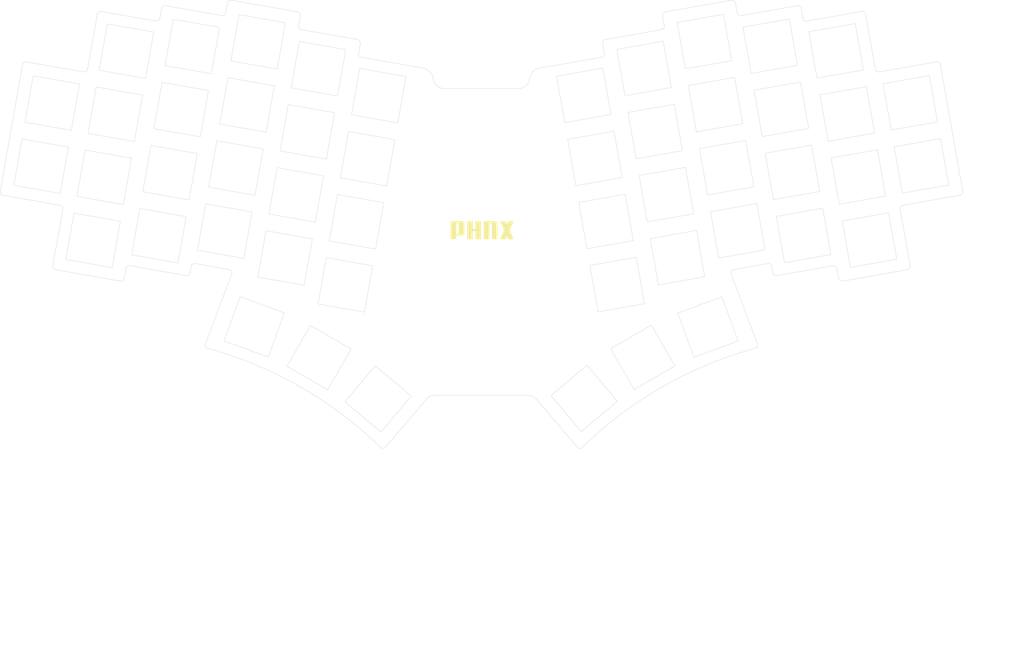
<source format=kicad_pcb>
(kicad_pcb (version 20240108) (generator "pcbnew") (generator_version "8.0")
  (title_block (title "Phoenix Keyboard") (date "2024-03-17") (rev "A"))
  (layers (0 "F.Cu" signal) (31 "B.Cu" signal) (34 "B.Paste" user) (35 "F.Paste" user) (36 "B.SilkS" user "B.Silkscreen") (37 "F.SilkS" user "F.Silkscreen") (38 "B.Mask" user) (39 "F.Mask" user) (44 "Edge.Cuts" user))
  (net 0 "")
  (footprint "SW_Cherry_MX_1.00u_PlateSwitchHole:SW_Cherry_MX_1.00u_PlateSwitchHole" (layer "F.Cu") (at 337.97388 96.739093 10)
    (property "Reference" "SW452" (hide yes))
    (property "Value" "SW_Push_45deg")
    (fp_poly (pts (xy -9.545 -1.925) (xy 4.455 -1.925) (xy 4.455 12.075) (xy -9.545 12.075)) (stroke (width 0.1)) (fill none) (layer "Edge.Cuts"))
  )
  (footprint "SW_Cherry_MX_1.00u_PlateSwitchHole:SW_Cherry_MX_1.00u_PlateSwitchHole" (layer "F.Cu") (at 116.272317 137.167808 -10)
    (property "Reference" "SW412" (hide yes))
    (property "Value" "SW_Push_45deg")
    (fp_poly (pts (xy -9.545 -1.925) (xy 4.455 -1.925) (xy 4.455 12.075) (xy -9.545 12.075)) (stroke (width 0.1)) (fill none) (layer "Edge.Cuts"))
  )
  (footprint "SW_Cherry_MX_1.00u_PlateSwitchHole:SW_Cherry_MX_1.00u_PlateSwitchHole" (layer "F.Cu") (at 276.804336 163.22899 20)
    (property "Reference" "SW442" (hide yes))
    (property "Value" "SW_Push_45deg")
    (fp_poly (pts (xy -9.545 -1.925) (xy 4.455 -1.925) (xy 4.455 12.075) (xy -9.545 12.075)) (stroke (width 0.1)) (fill none) (layer "Edge.Cuts"))
  )
  (footprint "SW_Cherry_MX_1.00u_PlateSwitchHole:SW_Cherry_MX_1.00u_PlateSwitchHole" (layer "F.Cu") (at 157.101489 125.023216 -10)
    (property "Reference" "SW420" (hide yes))
    (property "Value" "SW_Push_45deg")
    (fp_poly (pts (xy -9.545 -1.925) (xy 4.455 -1.925) (xy 4.455 12.075) (xy -9.545 12.075)) (stroke (width 0.1)) (fill none) (layer "Edge.Cuts"))
  )
  (footprint "SW_Cherry_MX_1.00u_PlateSwitchHole:SW_Cherry_MX_1.00u_PlateSwitchHole" (layer "F.Cu") (at 165.256459 174.846032 -30)
    (property "Reference" "SW422" (hide yes))
    (property "Value" "SW_Push_45deg")
    (fp_poly (pts (xy -9.545 -1.925) (xy 4.455 -1.925) (xy 4.455 12.075) (xy -9.544999 12.075)) (stroke (width 0.1)) (fill none) (layer "Edge.Cuts"))
  )
  (footprint "LOGO" (layer "F.Cu") (at 336.7 261.2)
    (property "Reference" "G***" (hide yes))
    (property "Value" "LOGO" (hide yes))
  )
  (footprint "SW_Cherry_MX_1.00u_PlateSwitchHole:SW_Cherry_MX_1.00u_PlateSwitchHole" (layer "F.Cu") (at 106.608721 82.268193 -10)
    (property "Reference" "SW405" (hide yes))
    (property "Value" "SW_Push_45deg")
    (fp_poly (pts (xy -9.545 -1.925) (xy 4.455 -1.925) (xy 4.455 12.075) (xy -9.545 12.075)) (stroke (width 0.1)) (fill none) (layer "Edge.Cuts"))
  )
  (footprint "SW_Cherry_MX_1.00u_PlateSwitchHole:SW_Cherry_MX_1.00u_PlateSwitchHole" (layer "F.Cu") (at 302.940347 117.431732 10)
    (property "Reference" "SW445" (hide yes))
    (property "Value" "SW_Push_45deg")
    (fp_poly (pts (xy -9.545 -1.925) (xy 4.455 -1.925) (xy 4.455 12.075) (xy -9.545 12.075)) (stroke (width 0.1)) (fill none) (layer "Edge.Cuts"))
  )
  (footprint "SW_Cherry_MX_1.00u_PlateSwitchHole:SW_Cherry_MX_1.00u_PlateSwitchHole" (layer "F.Cu") (at 99.992727 119.789365 -10)
    (property "Reference" "SW407" (hide yes))
    (property "Value" "SW_Push_45deg")
    (fp_poly (pts (xy -9.545 -1.925) (xy 4.455 -1.925) (xy 4.455 12.075) (xy -9.545 12.075)) (stroke (width 0.1)) (fill none) (layer "Edge.Cuts"))
  )
  (footprint "SW_Cherry_MX_1.00u_PlateSwitchHole:SW_Cherry_MX_1.00u_PlateSwitchHole" (layer "F.Cu") (at 286.660759 134.810169 10)
    (property "Reference" "SW441" (hide yes))
    (property "Value" "SW_Push_45deg")
    (fp_poly (pts (xy -9.545 -1.925) (xy 4.455 -1.925) (xy 4.455 12.075) (xy -9.545 12.075)) (stroke (width 0.1)) (fill none) (layer "Edge.Cuts"))
  )
  (footprint "SW_Cherry_MX_1.00u_PlateSwitchHole:SW_Cherry_MX_1.00u_PlateSwitchHole" (layer "F.Cu") (at 341.28188 115.499678 10)
    (property "Reference" "SW453" (hide yes))
    (property "Value" "SW_Push_45deg")
    (fp_poly (pts (xy -9.545 -1.925) (xy 4.455 -1.925) (xy 4.455 12.075) (xy -9.545 12.075)) (stroke (width 0.1)) (fill none) (layer "Edge.Cuts"))
  )
  (footprint "SW_Cherry_MX_1.00u_PlateSwitchHole:SW_Cherry_MX_1.00u_PlateSwitchHole" (layer "F.Cu") (at 238.028982 184.563351 40)
    (property "Reference" "SW432" (hide yes))
    (property "Value" "SW_Push_45deg")
    (fp_poly (pts (xy -9.545 -1.925) (xy 4.455 -1.925) (xy 4.455 12.075) (xy -9.545 12.075)) (stroke (width 0.1)) (fill none) (layer "Edge.Cuts"))
  )
  (footprint "SW_Cherry_MX_1.00u_PlateSwitchHole:SW_Cherry_MX_1.00u_PlateSwitchHole" (layer "F.Cu") (at 84.546052 97.721564 -10)
    (property "Reference" "SW402" (hide yes))
    (property "Value" "SW_Push_45deg")
    (fp_poly (pts (xy -9.545 -1.925) (xy 4.455 -1.925) (xy 4.455 12.075) (xy -9.545 12.075)) (stroke (width 0.1)) (fill none) (layer "Edge.Cuts"))
  )
  (footprint "SW_Cherry_MX_1.00u_PlateSwitchHole:SW_Cherry_MX_1.00u_PlateSwitchHole" (layer "F.Cu") (at 306.248345 136.192321 10)
    (property "Reference" "SW446" (hide yes))
    (property "Value" "SW_Push_45deg")
    (fp_poly (pts (xy -9.545 -1.925) (xy 4.455 -1.925) (xy 4.455 12.075) (xy -9.545 12.075)) (stroke (width 0.1)) (fill none) (layer "Edge.Cuts"))
  )
  (footprint "SW_Cherry_MX_1.00u_PlateSwitchHole:SW_Cherry_MX_1.00u_PlateSwitchHole" (layer "F.Cu") (at 258.803176 86.526552 10)
    (property "Reference" "SW433" (hide yes))
    (property "Value" "SW_Push_45deg")
    (fp_poly (pts (xy -9.545 -1.925) (xy 4.455 -1.925) (xy 4.455 12.075) (xy -9.545 12.075)) (stroke (width 0.1)) (fill none) (layer "Edge.Cuts"))
  )
  (footprint "SW_Cherry_MX_1.00u_PlateSwitchHole:SW_Cherry_MX_1.00u_PlateSwitchHole" (layer "F.Cu") (at 240.869588 94.524696 10)
    (property "Reference" "SW428" (hide yes))
    (property "Value" "SW_Push_45deg")
    (fp_poly (pts (xy -9.545 -1.925) (xy 4.455 -1.925) (xy 4.455 12.075) (xy -9.545 12.075)) (stroke (width 0.1)) (fill none) (layer "Edge.Cuts"))
  )
  (footprint "SW_Cherry_MX_1.00u_PlateSwitchHole:SW_Cherry_MX_1.00u_PlateSwitchHole" (layer "F.Cu") (at 178.343074 114.260771 -10)
    (property "Reference" "SW424" (hide yes))
    (property "Value" "SW_Push_45deg")
    (fp_poly (pts (xy -9.545 -1.925) (xy 4.455 -1.925) (xy 4.455 12.075) (xy -9.545 12.075)) (stroke (width 0.1)) (fill none) (layer "Edge.Cuts"))
  )
  (footprint "SW_Cherry_MX_1.00u_PlateSwitchHole:SW_Cherry_MX_1.00u_PlateSwitchHole" (layer "F.Cu") (at 135.859903 135.785657 -10)
    (property "Reference" "SW416" (hide yes))
    (property "Value" "SW_Push_45deg")
    (fp_poly (pts (xy -9.545 -1.925) (xy 4.455 -1.925) (xy 4.455 12.075) (xy -9.545 12.075)) (stroke (width 0.1)) (fill none) (layer "Edge.Cuts"))
  )
  (footprint "SW_Cherry_MX_1.00u_PlateSwitchHole:SW_Cherry_MX_1.00u_PlateSwitchHole" (layer "F.Cu") (at 296.324352 79.910558 10)
    (property "Reference" "SW443" (hide yes))
    (property "Value" "SW_Push_45deg")
    (fp_poly (pts (xy -9.545 -1.925) (xy 4.455 -1.925) (xy 4.455 12.075) (xy -9.545 12.075)) (stroke (width 0.1)) (fill none) (layer "Edge.Cuts"))
  )
  (footprint "SW_Cherry_MX_1.00u_PlateSwitchHole:SW_Cherry_MX_1.00u_PlateSwitchHole" (layer "F.Cu") (at 256.452869 172.220072 30)
    (property "Reference" "SW437" (hide yes))
    (property "Value" "SW_Push_45deg")
    (fp_poly (pts (xy -9.545 -1.925) (xy 4.455 -1.925) (xy 4.455 12.075) (xy -9.545 12.075)) (stroke (width 0.1)) (fill none) (layer "Edge.Cuts"))
  )
  (footprint "SW_Cherry_MX_1.00u_PlateSwitchHole:SW_Cherry_MX_1.00u_PlateSwitchHole" (layer "F.Cu") (at 81.238054 116.482155 -10)
    (property "Reference" "SW403" (hide yes))
    (property "Value" "SW_Push_45deg")
    (fp_poly (pts (xy -9.545 -1.925) (xy 4.455 -1.925) (xy 4.455 12.075) (xy -9.545 12.075)) (stroke (width 0.1)) (fill none) (layer "Edge.Cuts"))
  )
  (footprint "SW_Cherry_MX_1.00u_PlateSwitchHole:SW_Cherry_MX_1.00u_PlateSwitchHole" (layer "F.Cu") (at 103.300723 101.02878 -10)
    (property "Reference" "SW406" (hide yes))
    (property "Value" "SW_Push_45deg")
    (fp_poly (pts (xy -9.545 -1.925) (xy 4.455 -1.925) (xy 4.455 12.075) (xy -9.545 12.075)) (stroke (width 0.1)) (fill none) (layer "Edge.Cuts"))
  )
  (footprint "SW_Cherry_MX_1.00u_PlateSwitchHole:SW_Cherry_MX_1.00u_PlateSwitchHole" (layer "F.Cu") (at 315.911938 81.292705 10)
    (property "Reference" "SW447" (hide yes))
    (property "Value" "SW_Push_45deg")
    (fp_poly (pts (xy -9.545 -1.925) (xy 4.455 -1.925) (xy 4.455 12.075) (xy -9.545 12.075)) (stroke (width 0.1)) (fill none) (layer "Edge.Cuts"))
  )
  (footprint "SW_Cherry_MX_1.00u_PlateSwitchHole:SW_Cherry_MX_1.00u_PlateSwitchHole" (layer "F.Cu") (at 283.352761 116.049583 10)
    (property "Reference" "SW440" (hide yes))
    (property "Value" "SW_Push_45deg")
    (fp_poly (pts (xy -9.545 -1.925) (xy 4.455 -1.925) (xy 4.455 12.075) (xy -9.545 12.075)) (stroke (width 0.1)) (fill none) (layer "Edge.Cuts"))
  )
  (footprint "SW_Cherry_MX_1.00u_PlateSwitchHole:SW_Cherry_MX_1.00u_PlateSwitchHole" (layer "F.Cu") (at 325.835932 137.574469 10)
    (property "Reference" "SW450" (hide yes))
    (property "Value" "SW_Push_45deg")
    (fp_poly (pts (xy -9.545 -1.925) (xy 4.455 -1.925) (xy 4.455 12.075) (xy -9.545 12.075)) (stroke (width 0.1)) (fill none) (layer "Edge.Cuts"))
  )
  (footprint "SW_Cherry_MX_1.00u_PlateSwitchHole:SW_Cherry_MX_1.00u_PlateSwitchHole" (layer "F.Cu") (at 299.632349 98.671142 10)
    (property "Reference" "SW444" (hide yes))
    (property "Value" "SW_Push_45deg")
    (fp_poly (pts (xy -9.545 -1.925) (xy 4.455 -1.925) (xy 4.455 12.075) (xy -9.545 12.075)) (stroke (width 0.1)) (fill none) (layer "Edge.Cuts"))
  )
  (footprint "SW_Cherry_MX_1.00u_PlateSwitchHole:SW_Cherry_MX_1.00u_PlateSwitchHole" (layer "F.Cu") (at 244.177586 113.285285 10)
    (property "Reference" "SW429" (hide yes))
    (property "Value" "SW_Push_45deg")
    (fp_poly (pts (xy -9.545 -1.925) (xy 4.455 -1.925) (xy 4.455 12.075) (xy -9.545 12.075)) (stroke (width 0.1)) (fill none) (layer "Edge.Cuts"))
  )
  (footprint "SW_Cherry_MX_1.00u_PlateSwitchHole:SW_Cherry_MX_1.00u_PlateSwitchHole" (layer "F.Cu") (at 280.044763 97.288995 10)
    (property "Reference" "SW439" (hide yes))
    (property "Value" "SW_Push_45deg")
    (fp_poly (pts (xy -9.545 -1.925) (xy 4.455 -1.925) (xy 4.455 12.075) (xy -9.545 12.075)) (stroke (width 0.1)) (fill none) (layer "Edge.Cuts"))
  )
  (footprint "SW_Cherry_MX_1.00u_PlateSwitchHole:SW_Cherry_MX_1.00u_PlateSwitchHole" (layer "F.Cu") (at 268.72717 142.808314 10)
    (property "Reference" "SW436" (hide yes))
    (property "Value" "SW_Push_45deg")
    (fp_poly (pts (xy -9.545 -1.925) (xy 4.455 -1.925) (xy 4.455 12.075) (xy -9.545 12.075)) (stroke (width 0.1)) (fill none) (layer "Edge.Cuts"))
  )
  (footprint "SW_Cherry_MX_1.00u_PlateSwitchHole:SW_Cherry_MX_1.00u_PlateSwitchHole" (layer "F.Cu") (at 145.351283 164.934993 -20)
    (property "Reference" "SW417" (hide yes))
    (property "Value" "SW_Push_45deg")
    (fp_poly (pts (xy -9.545 -1.925001) (xy 4.454999 -1.925) (xy 4.455 12.075) (xy -9.545 12.075)) (stroke (width 0.1)) (fill none) (layer "Edge.Cuts"))
  )
  (footprint "SW_Cherry_MX_1.00u_PlateSwitchHole:SW_Cherry_MX_1.00u_PlateSwitchHole" (layer "F.Cu") (at 142.4759 98.264481 -10)
    (property "Reference" "SW414" (hide yes))
    (property "Value" "SW_Push_45deg")
    (fp_poly (pts (xy -9.545 -1.925) (xy 4.455 -1.925) (xy 4.455 12.075) (xy -9.545 12.075)) (stroke (width 0.1)) (fill none) (layer "Edge.Cuts"))
  )
  (footprint "SW_Cherry_MX_1.00u_PlateSwitchHole:SW_Cherry_MX_1.00u_PlateSwitchHole" (layer "F.Cu") (at 276.736765 78.528406 10)
    (property "Reference" "SW438" (hide yes))
    (property "Value" "SW_Push_45deg")
    (fp_poly (pts (xy -9.545 -1.925) (xy 4.455 -1.925) (xy 4.455 12.075) (xy -9.545 12.075)) (stroke (width 0.1)) (fill none) (layer "Edge.Cuts"))
  )
  (footprint "SW_Cherry_MX_1.00u_PlateSwitchHole:SW_Cherry_MX_1.00u_PlateSwitchHole" (layer "F.Cu") (at 262.111174 105.28714 10)
    (property "Reference" "SW434" (hide yes))
    (property "Value" "SW_Push_45deg")
    (fp_poly (pts (xy -9.545 -1.925) (xy 4.455 -1.925) (xy 4.455 12.075) (xy -9.545 12.075)) (stroke (width 0.1)) (fill none) (layer "Edge.Cuts"))
  )
  (footprint "SW_Cherry_MX_1.00u_PlateSwitchHole:SW_Cherry_MX_1.00u_PlateSwitchHole" (layer "F.Cu") (at 247.485584 132.045871 10)
    (property "Reference" "SW430" (hide yes))
    (property "Value" "SW_Push_45deg")
    (fp_poly (pts (xy -9.545 -1.925) (xy 4.455 -1.925) (xy 4.455 12.075) (xy -9.545 12.075)) (stroke (width 0.1)) (fill none) (layer "Edge.Cuts"))
  )
  (footprint "SW_Cherry_MX_1.00u_PlateSwitchHole:SW_Cherry_MX_1.00u_PlateSwitchHole" (layer "F.Cu") (at 153.79349 143.783802 -10)
    (property "Reference" "SW421" (hide yes))
    (property "Value" "SW_Push_45deg")
    (fp_poly (pts (xy -9.545 -1.925) (xy 4.455 -1.925) (xy 4.455 12.075) (xy -9.545 12.075)) (stroke (width 0.1)) (fill none) (layer "Edge.Cuts"))
  )
  (footprint "SW_Cherry_MX_1.00u_PlateSwitchHole:SW_Cherry_MX_1.00u_PlateSwitchHole" (layer "F.Cu") (at 119.580313 118.407217 -10)
    (property "Reference" "SW411" (hide yes))
    (property "Value" "SW_Push_45deg")
    (fp_poly (pts (xy -9.545 -1.925) (xy 4.455 -1.925) (xy 4.455 12.075) (xy -9.545 12.075)) (stroke (width 0.1)) (fill none) (layer "Edge.Cuts"))
  )
  (footprint "SW_Cherry_MX_1.00u_PlateSwitchHole:SW_Cherry_MX_1.00u_PlateSwitchHole" (layer "F.Cu") (at 183.269386 187.989112 -40)
    (property "Reference" "SW427" (hide yes))
    (property "Value" "SW_Push_45deg")
    (fp_poly (pts (xy -9.545 -1.925) (xy 4.455 -1.925) (xy 4.455 12.074999) (xy -9.545 12.075)) (stroke (width 0.1)) (fill none) (layer "Edge.Cuts"))
  )
  (footprint "SW_Cherry_MX_1.00u_PlateSwitchHole:SW_Cherry_MX_1.00u_PlateSwitchHole" (layer "F.Cu") (at 319.219936 100.053294 10)
    (property "Reference" "SW448" (hide yes))
    (property "Value" "SW_Push_45deg")
    (fp_poly (pts (xy -9.545 -1.925) (xy 4.455 -1.925) (xy 4.455 12.075) (xy -9.545 12.075)) (stroke (width 0.1)) (fill none) (layer "Edge.Cuts"))
  )
  (footprint "SW_Cherry_MX_1.00u_PlateSwitchHole:SW_Cherry_MX_1.00u_PlateSwitchHole" (layer "F.Cu") (at 250.793582 150.806459 10)
    (property "Reference" "SW431" (hide yes))
    (property "Value" "SW_Push_45deg")
    (fp_poly (pts (xy -9.545 -1.925) (xy 4.455 -1.925) (xy 4.455 12.075) (xy -9.545 12.075)) (stroke (width 0.1)) (fill none) (layer "Edge.Cuts"))
  )
  (footprint "SW_Cherry_MX_1.00u_PlateSwitchHole:SW_Cherry_MX_1.00u_PlateSwitchHole" (layer "F.Cu") (at 96.68473 138.549955 -10)
    (property "Reference" "SW408" (hide yes))
    (property "Value" "SW_Push_45deg")
    (fp_poly (pts (xy -9.545 -1.925) (xy 4.455 -1.925) (xy 4.455 12.075) (xy -9.545 12.075)) (stroke (width 0.1)) (fill none) (layer "Edge.Cuts"))
  )
  (footprint "SW_Cherry_MX_1.00u_PlateSwitchHole:SW_Cherry_MX_1.00u_PlateSwitchHole" (layer "F.Cu") (at 265.419172 124.047726 10)
    (property "Reference" "SW435" (hide yes))
    (property "Value" "SW_Push_45deg")
    (fp_poly (pts (xy -9.545 -1.925) (xy 4.455 -1.925) (xy 4.455 12.075) (xy -9.545 12.075)) (stroke (width 0.1)) (fill none) (layer "Edge.Cuts"))
  )
  (footprint "SW_Cherry_MX_1.00u_PlateSwitchHole:SW_Cherry_MX_1.00u_PlateSwitchHole" (layer "F.Cu") (at 122.88831 99.646631 -10)
    (property "Reference" "SW410" (hide yes))
    (property "Value" "SW_Push_45deg")
    (fp_poly (pts (xy -9.545 -1.925) (xy 4.455 -1.925) (xy 4.455 12.075) (xy -9.545 12.075)) (stroke (width 0.1)) (fill none) (layer "Edge.Cuts"))
  )
  (footprint "SW_Cherry_MX_1.00u_PlateSwitchHole:SW_Cherry_MX_1.00u_PlateSwitchHole" (layer "F.Cu") (at 126.196308 80.886044 -10)
    (property "Reference" "SW409" (hide yes))
    (property "Value" "SW_Push_45deg")
    (fp_poly (pts (xy -9.545 -1.925) (xy 4.455 -1.925) (xy 4.455 12.075) (xy -9.545 12.075)) (stroke (width 0.1)) (fill none) (layer "Edge.Cuts"))
  )
  (footprint "SW_Cherry_MX_1.00u_PlateSwitchHole:SW_Cherry_MX_1.00u_PlateSwitchHole" (layer "F.Cu") (at 181.651073 95.500182 -10)
    (property "Reference" "SW423" (hide yes))
    (property "Value" "SW_Push_45deg")
    (fp_poly (pts (xy -9.545 -1.925) (xy 4.455 -1.925) (xy 4.455 12.075) (xy -9.545 12.075)) (stroke (width 0.1)) (fill none) (layer "Edge.Cuts"))
  )
  (footprint "LOGO" (layer "F.Cu") (at 209 140)
    (property "Reference" "G***" (hide yes))
    (property "Value" "LOGO" (hide yes))
    (fp_poly (pts (xy -2.771547 -1.450092) (xy -2.771547 -0.292357) (xy -2.397329 -0.292357) (xy -2.023112 -0.292357) (xy -2.023112 -1.450092) (xy -2.023112 -2.607827) (xy -1.18697 -2.607827) (xy -0.350828 -2.607827) (xy -0.350828 0.076013) (xy -0.350828 2.759853) (xy -1.18697 2.759853) (xy -2.023112 2.759853) (xy -2.023112 1.526105) (xy -2.023112 0.292357) (xy -2.397329 0.292357) (xy -2.771547 0.292357) (xy -2.771547 1.526105) (xy -2.771547 2.759853) (xy -3.601841 2.759853) (xy -4.432136 2.759853) (xy -4.432136 0.076013) (xy -4.432136 -2.607827) (xy -3.601841 -2.607827) (xy -2.771547 -2.607827)) (fill solid) (layer "F.SilkS"))
    (fp_poly (pts (xy 2.986529 -2.607863) (xy 3.169324 -2.607785) (xy 3.333169 -2.607594) (xy 3.479173 -2.607252) (xy 3.608447 -2.606718) (xy 3.722099 -2.605952) (xy 3.82124 -2.604913) (xy 3.906979 -2.603563) (xy 3.980425 -2.601861) (xy 4.042689 -2.599767) (xy 4.09488 -2.597241) (xy 4.138107 -2.594242) (xy 4.17348 -2.590732) (xy 4.202109 -2.58667) (xy 4.225103 -2.582015) (xy 4.243572 -2.576729) (xy 4.258626 -2.57077) (xy 4.271374 -2.5641) (xy 4.282925 -2.556677) (xy 4.29439 -2.548462) (xy 4.306878 -2.539415) (xy 4.312116 -2.535756) (xy 4.353105 -2.499798) (xy 4.398988 -2.446473) (xy 4.446464 -2.380321) (xy 4.492233 -2.305883) (xy 4.527042 -2.240075) (xy 4.572468 -2.147139) (xy 4.572468 0.306357) (xy 4.572468 2.759853) (xy 3.742173 2.759853) (xy 2.911879 2.759853) (xy 2.911879 0.397606) (xy 2.911879 -1.964641) (xy 2.531814 -1.964641) (xy 2.15175 -1.964641) (xy 2.15175 0.397606) (xy 2.15175 2.759853) (xy 1.321455 2.759853) (xy 0.491161 2.759853) (xy 0.491161 0.076013) (xy 0.491161 -2.607827) (xy 2.313347 -2.607827) (xy 2.55965 -2.607844) (xy 2.783674 -2.60787)) (fill solid) (layer "F.SilkS"))
    (fp_poly (pts (xy -7.48727 -2.605044) (xy -5.619107 -2.60198) (xy -5.560635 -2.573445) (xy -5.499878 -2.534936) (xy -5.437902 -2.480307) (xy -5.380594 -2.415723) (xy -5.333841 -2.347346) (xy -5.320024 -2.321562) (xy -5.279972 -2.239947) (xy -5.279972 -0.444628) (xy -5.279982 -0.204658) (xy -5.280019 0.013038) (xy -5.280097 0.209575) (xy -5.280229 0.386067) (xy -5.280427 0.543629) (xy -5.280704 0.683376) (xy -5.281073 0.806422) (xy -5.281546 0.913882) (xy -5.282137 1.006871) (xy -5.282858 1.086502) (xy -5.283722 1.153892) (xy -5.284742 1.210154) (xy -5.285931 1.256403) (xy -5.287301 1.293754) (xy -5.288865 1.323321) (xy -5.290636 1.34622) (xy -5.292627 1.363564) (xy -5.294851 1.376468) (xy -5.29732 1.386048) (xy -5.300047 1.393417) (xy -5.301099 1.395753) (xy -5.340796 1.458693) (xy -5.398668 1.521271) (xy -5.469789 1.579475) (xy -5.549231 1.629294) (xy -5.632069 1.666717) (xy -5.63533 1.667881) (xy -5.712661 1.695179) (xy -6.703752 1.695426) (xy -7.694843 1.695672) (xy -7.694843 2.227763) (xy -7.694843 2.759853) (xy -8.525138 2.759853) (xy -9.355432 2.759853) (xy -9.355432 0.075872) (xy -9.355432 -0.456077) (xy -7.694843 -0.456077) (xy -7.694843 1.064181) (xy -7.320626 1.064181) (xy -6.946409 1.064181) (xy -6.946409 -0.456077) (xy -6.946409 -1.976335) (xy -7.320626 -1.976335) (xy -7.694843 -1.976335) (xy -7.694843 -0.456077) (xy -9.355432 -0.456077) (xy -9.355432 -2.608108)) (fill solid) (layer "F.SilkS"))
    (fp_poly (pts (xy 9.344927 -2.482191) (xy 9.332679 -2.454856) (xy 9.311517 -2.407721) (xy 9.282129 -2.342315) (xy 9.245202 -2.260165) (xy 9.201423 -2.1628) (xy 9.151478 -2.051747) (xy 9.096056 -1.928533) (xy 9.035844 -1.794687) (xy 8.971528 -1.651737) (xy 8.903796 -1.50121) (xy 8.833335 -1.344635) (xy 8.760832 -1.183538) (xy 8.741557 -1.140713) (xy 8.656529 -0.951713) (xy 8.580669 -0.782871) (xy 8.513485 -0.633043) (xy 8.454486 -0.501086) (xy 8.403179 -0.385857) (xy 8.359074 -0.286213) (xy 8.321679 -0.201011) (xy 8.290502 -0.129107) (xy 8.265051 -0.069358) (xy 8.244836 -0.020621) (xy 8.229364 0.018248) (xy 8.218144 0.048391) (xy 8.210684 0.070951) (xy 8.206493 0.087073) (xy 8.205078 0.097898) (xy 8.20595 0.104571) (xy 8.20601 0.104729) (xy 8.212333 0.11931) (xy 8.227524 0.153549) (xy 8.250868 0.205853) (xy 8.281646 0.274629) (xy 8.319142 0.358284) (xy 8.362638 0.455226) (xy 8.411418 0.563862) (xy 8.464764 0.682599) (xy 8.52196 0.809845) (xy 8.582288 0.944006) (xy 8.645031 1.083489) (xy 8.709473 1.226703) (xy 8.774895 1.372055) (xy 8.840582 1.517951) (xy 8.905815 1.662799) (xy 8.969879 1.805006) (xy 9.032055 1.942979) (xy 9.091626 2.075126) (xy 9.147877 2.199854) (xy 9.200089 2.31557) (xy 9.247545 2.420682) (xy 9.289529 2.513596) (xy 9.325323 2.59272) (xy 9.354211 2.656461) (xy 9.375475 2.703227) (xy 9.388397 2.731424) (xy 9.392163 2.739388) (xy 9.393304 2.74331) (xy 9.391216 2.746697) (xy 9.38433 2.749587) (xy 9.371077 2.752019) (xy 9.349888 2.754032) (xy 9.319194 2.755663) (xy 9.277426 2.756952) (xy 9.223015 2.757937) (xy 9.154391 2.758657) (xy 9.069986 2.759151) (xy 8.968231 2.759457) (xy 8.847557 2.759614) (xy 8.706394 2.75966) (xy 8.569403 2.759641) (xy 7.735774 2.759428) (xy 7.549249 2.322048) (xy 7.362724 1.884668) (xy 7.175032 2.322133) (xy 6.987339 2.759598) (xy 6.158604 2.759725) (xy 5.999278 2.759726) (xy 5.861757 2.759648) (xy 5.744458 2.759454) (xy 5.645798 2.759103) (xy 5.564195 2.758557) (xy 5.498064 2.757777) (xy 5.445823 2.756723) (xy 5.405888 2.755356) (xy 5.376677 2.753638) (xy 5.356606 2.751529) (xy 5.344092 2.74899) (xy 5.337552 2.745981) (xy 5.335403 2.742465) (xy 5.335743 2.739388) (xy 5.341206 2.726326) (xy 5.355698 2.693255) (xy 5.378631 2.641487) (xy 5.409419 2.572334) (xy 5.447473 2.487106) (xy 5.492206 2.387116) (xy 5.543031 2.273674) (xy 5.59936 2.148092) (xy 5.660606 2.011682) (xy 5.72618 1.865755) (xy 5.795496 1.711622) (xy 5.867966 1.550595) (xy 5.934295 1.403315) (xy 6.022188 1.20793) (xy 6.104157 1.025143) (xy 6.179855 0.855745) (xy 6.248935 0.700528) (xy 6.311049 0.560282) (xy 6.365852 0.435798) (xy 6.412995 0.327868) (xy 6.452132 0.237282) (xy 6.482916 0.164831) (xy 6.505 0.111306) (xy 6.518036 0.077499) (xy 6.521716 0.064319) (xy 6.516327 0.050882) (xy 6.5019 0.017446) (xy 6.479023 -0.034674) (xy 6.448284 -0.104162) (xy 6.410271 -0.189701) (xy 6.365571 -0.289975) (xy 6.314773 -0.403669) (xy 6.258464 -0.529467) (xy 6.197233 -0.666051) (xy 6.131668 -0.812107) (xy 6.062356 -0.966318) (xy 5.989885 -1.127368) (xy 5.924528 -1.272453) (xy 5.8499 -1.438128) (xy 5.777991 -1.597937) (xy 5.709383 -1.750581) (xy 5.644657 -1.894759) (xy 5.584393 -2.029172) (xy 5.529173 -2.15252) (xy 5.479578 -2.263502) (xy 5.436189 -2.36082) (xy 5.399586 -2.443172) (xy 5.370351 -2.509259) (xy 5.349064 -2.557782) (xy 5.336307 -2.587439) (xy 5.332597 -2.59691) (xy 5.344137 -2.599075) (xy 5.378146 -2.600943) (xy 5.433706 -2.602505) (xy 5.509898 -2.603752) (xy 5.605804 -2.604675) (xy 5.720506 -2.605265) (xy 5.853086 -2.605514) (xy 6.002626 -2.605412) (xy 6.159498 -2.604982) (xy 6.986399 -2.60198) (xy 7.170793 -2.175138) (xy 7.211312 -2.081303) (xy 7.248929 -1.99411) (xy 7.282632 -1.915911) (xy 7.31141 -1.849055) (xy 7.334252 -1.795893) (xy 7.350145 -1.758774) (xy 7.35808 -1.740049) (xy 7.358763 -1.738352) (xy 7.363965 -1.746539) (xy 7.377324 -1.774061) (xy 7.397862 -1.818724) (xy 7.424598 -1.878333) (xy 7.45655 -1.950695) (xy 7.49274 -2.033614) (xy 7.532186 -2.124897) (xy 7.549484 -2.165193) (xy 7.73663 -2.60198) (xy 8.568877 -2.604981) (xy 9.401125 -2.607982)) (fill solid) (layer "F.SilkS"))
  )
  (footprint "SW_Cherry_MX_1.00u_PlateSwitchHole:SW_Cherry_MX_1.00u_PlateSwitchHole" (layer "F.Cu") (at 163.717485 87.502038 -10)
    (property "Reference" "SW418" (hide yes))
    (property "Value" "SW_Push_45deg")
    (fp_poly (pts (xy -9.545 -1.925) (xy 4.455 -1.925) (xy 4.455 12.075) (xy -9.545 12.075)) (stroke (width 0.1)) (fill none) (layer "Edge.Cuts"))
  )
  (footprint "SW_Cherry_MX_1.00u_PlateSwitchHole:SW_Cherry_MX_1.00u_PlateSwitchHole" (layer "F.Cu") (at 145.783895 79.503894 -10)
    (property "Reference" "SW413" (hide yes))
    (property "Value" "SW_Push_45deg")
    (fp_poly (pts (xy -9.545 -1.925) (xy 4.455 -1.925) (xy 4.455 12.075) (xy -9.545 12.075)) (stroke (width 0.1)) (fill none) (layer "Edge.Cuts"))
  )
  (footprint "SW_Cherry_MX_1.00u_PlateSwitchHole:SW_Cherry_MX_1.00u_PlateSwitchHole" (layer "F.Cu") (at 175.035076 133.021358 -10)
    (property "Reference" "SW425" (hide yes))
    (property "Value" "SW_Push_45deg")
    (fp_poly (pts (xy -9.545 -1.925) (xy 4.455 -1.925) (xy 4.455 12.075) (xy -9.545 12.075)) (stroke (width 0.1)) (fill none) (layer "Edge.Cuts"))
  )
  (footprint "SW_Cherry_MX_1.00u_PlateSwitchHole:SW_Cherry_MX_1.00u_PlateSwitchHole" (layer "F.Cu") (at 171.72708 151.781946 -10)
    (property "Reference" "SW426" (hide yes))
    (property "Value" "SW_Push_45deg")
    (fp_poly (pts (xy -9.545 -1.925) (xy 4.455 -1.925) (xy 4.455 12.075) (xy -9.545 12.075)) (stroke (width 0.1)) (fill none) (layer "Edge.Cuts"))
  )
  (footprint "SW_Cherry_MX_1.00u_PlateSwitchHole:SW_Cherry_MX_1.00u_PlateSwitchHole" (layer "F.Cu") (at 322.527934 118.81388 10)
    (property "Reference" "SW449" (hide yes))
    (property "Value" "SW_Push_45deg")
    (fp_poly (pts (xy -9.545 -1.925) (xy 4.455 -1.925) (xy 4.455 12.075) (xy -9.545 12.075)) (stroke (width 0.1)) (fill none) (layer "Edge.Cuts"))
  )
  (footprint "SW_Cherry_MX_1.00u_PlateSwitchHole:SW_Cherry_MX_1.00u_PlateSwitchHole" (layer "F.Cu") (at 139.167902 117.025069 -10)
    (property "Reference" "SW415" (hide yes))
    (property "Value" "SW_Push_45deg")
    (fp_poly (pts (xy -9.545 -1.925) (xy 4.455 -1.925) (xy 4.455 12.075) (xy -9.545 12.075)) (stroke (width 0.1)) (fill none) (layer "Edge.Cuts"))
  )
  (footprint "SW_Cherry_MX_1.00u_PlateSwitchHole:SW_Cherry_MX_1.00u_PlateSwitchHole" (layer "F.Cu") (at 160.409487 106.262625 -10)
    (property "Reference" "SW419" (hide yes))
    (property "Value" "SW_Push_45deg")
    (fp_poly (pts (xy -9.545 -1.925) (xy 4.455 -1.925) (xy 4.455 12.075) (xy -9.545 12.075)) (stroke (width 0.1)) (fill none) (layer "Edge.Cuts"))
  )
  (gr_arc (start 282.994961 152.93967) (mid 283.160616 152.192445) (end 283.80612 151.781214) (stroke (width 0.1)) (layer "Edge.Cuts"))
  (gr_line (start 321.881571 75.006172) (end 305.596303 77.874582) (stroke (width 0.1)) (layer "Edge.Cuts"))
  (gr_line (start 73.481481 90.026815) (end 90.5 93) (stroke (width 0.1)) (layer "Edge.Cuts"))
  (gr_line (start 237.333552 204.626915) (end 224.997202 190.162045) (stroke (width 0.1)) (layer "Edge.Cuts"))
  (gr_line (start 293.942641 149.993873) (end 283.80612 151.781214) (stroke (width 0.1)) (layer "Edge.Cuts"))
  (gr_line (start 104.243619 150.633789) (end 120.98535 153.585808) (stroke (width 0.1)) (layer "Edge.Cuts"))
  (gr_arc (start 94.59223 75.828275) (mid 95.003445 75.182747) (end 95.750687 75.017116) (stroke (width 0.1)) (layer "Edge.Cuts"))
  (gr_arc (start 66.495033 129.675188) (mid 65.849504 129.263973) (end 65.683874 128.516731) (stroke (width 0.1)) (layer "Edge.Cuts"))
  (gr_arc (start 262.671544 76.304536) (mid 262.837199 75.557311) (end 263.482703 75.146079) (stroke (width 0.1)) (layer "Edge.Cuts"))
  (gr_arc (start 316.186438 155.21053) (mid 315.439213 155.044875) (end 315.027982 154.399371) (stroke (width 0.1)) (layer "Edge.Cuts"))
  (gr_arc (start 223.161054 94.933318) (mid 222.130859 97.026062) (end 219.984358 97.938976) (stroke (width 0.1)) (layer "Edge.Cuts"))
  (gr_line (start 351.137225 129.664244) (end 334.113366 132.662667) (stroke (width 0.1)) (layer "Edge.Cuts"))
  (gr_arc (start 333.302206 133.821123) (mid 333.467852 133.073892) (end 334.113366 132.662667) (stroke (width 0.1)) (layer "Edge.Cuts"))
  (gr_arc (start 154.109497 75.146079) (mid 154.755001 75.557311) (end 154.920656 76.304536) (stroke (width 0.1)) (layer "Edge.Cuts"))
  (gr_arc (start 83.518892 132.673611) (mid 84.164405 133.084836) (end 84.330052 133.832067) (stroke (width 0.1)) (layer "Edge.Cuts"))
  (gr_arc (start 313.348581 150.633789) (mid 314.095806 150.799445) (end 314.507037 151.444949) (stroke (width 0.1)) (layer "Edge.Cuts"))
  (gr_arc (start 72.323025 90.837975) (mid 72.734248 90.192459) (end 73.481481 90.026815) (stroke (width 0.1)) (layer "Edge.Cuts"))
  (gr_line (start 132.733941 75.438699) (end 133.254886 72.484276) (stroke (width 0.1)) (layer "Edge.Cuts"))
  (gr_line (start 323.040028 75.817331) (end 325.973802 92.177896) (stroke (width 0.1)) (layer "Edge.Cuts"))
  (gr_arc (start 244.828438 84.527889) (mid 244.994093 83.780664) (end 245.639597 83.369433) (stroke (width 0.1)) (layer "Edge.Cuts"))
  (gr_line (start 122.143807 152.774647) (end 122.491103 150.805033) (stroke (width 0.1)) (layer "Edge.Cuts"))
  (gr_arc (start 302.758447 73.29784) (mid 303.505672 73.463495) (end 303.916903 74.108999) (stroke (width 0.1)) (layer "Edge.Cuts"))
  (gr_arc (start 321.881571 75.006172) (mid 322.628826 75.171793) (end 323.040028 75.817331) (stroke (width 0.1)) (layer "Edge.Cuts"))
  (gr_line (start 82.126492 151.813386) (end 101.405762 155.21053) (stroke (width 0.1)) (layer "Edge.Cuts"))
  (gr_line (start 84.330052 133.832067) (end 81.315333 150.654929) (stroke (width 0.1)) (layer "Edge.Cuts"))
  (gr_arc (start 223.161054 94.933318) (mid 224.079097 92.959532) (end 225.969174 91.879605) (stroke (width 0.1)) (layer "Edge.Cuts"))
  (gr_line (start 113.154353 77.063423) (end 113.675297 74.108999) (stroke (width 0.1)) (layer "Edge.Cuts"))
  (gr_line (start 180.258648 204.626914) (end 192.602797 190.157278) (stroke (width 0.1)) (layer "Edge.Cuts"))
  (gr_arc (start 238.569476 204.856916) (mid 262.536152 186.719441) (end 290.289026 175.180481) (stroke (width 0.1)) (layer "Edge.Cuts"))
  (gr_line (start 262.381329 80.417415) (end 245.639597 83.369433) (stroke (width 0.1)) (layer "Edge.Cuts"))
  (gr_line (start 284.858259 75.438699) (end 284.337314 72.484276) (stroke (width 0.1)) (layer "Edge.Cuts"))
  (gr_line (start 302.758447 73.29784) (end 286.016715 76.249859) (stroke (width 0.1)) (layer "Edge.Cuts"))
  (gr_arc (start 327.132258 92.989056) (mid 326.385029 92.823408) (end 325.973802 92.177896) (stroke (width 0.1)) (layer "Edge.Cuts"))
  (gr_arc (start 180.258648 204.626914) (mid 179.687684 204.994464) (end 179.022724 204.856915) (stroke (width 0.1)) (layer "Edge.Cuts"))
  (gr_line (start 262.671544 76.304536) (end 263.192488 79.258959) (stroke (width 0.1)) (layer "Edge.Cuts"))
  (gr_arc (start 171.952603 83.369433) (mid 172.598107 83.780664) (end 172.763762 84.527889) (stroke (width 0.1)) (layer "Edge.Cuts"))
  (gr_line (start 333.302206 133.821123) (end 336.316925 150.643985) (stroke (width 0.1)) (layer "Edge.Cuts"))
  (gr_arc (start 336.316925 150.643985) (mid 336.151294 151.391227) (end 335.505766 151.802442) (stroke (width 0.1)) (layer "Edge.Cuts"))
  (gr_arc (start 290.8867 173.898767) (mid 290.853314 174.663405) (end 290.289026 175.18048) (stroke (width 0.1)) (layer "Edge.Cuts"))
  (gr_line (start 66.495033 129.675188) (end 83.518892 132.673611) (stroke (width 0.1)) (layer "Edge.Cuts"))
  (gr_line (start 154.920656 76.304536) (end 154.399712 79.258959) (stroke (width 0.1)) (layer "Edge.Cuts"))
  (gr_arc (start 238.569476 204.856916) (mid 237.904515 204.994466) (end 237.333552 204.626915) (stroke (width 0.1)) (layer "Edge.Cuts"))
  (gr_arc (start 283.178859 71.673116) (mid 283.926083 71.838772) (end 284.337314 72.484276) (stroke (width 0.1)) (layer "Edge.Cuts"))
  (gr_line (start 102.564218 154.399371) (end 103.085163 151.444949) (stroke (width 0.1)) (layer "Edge.Cuts"))
  (gr_arc (start 132.733941 75.438699) (mid 132.32271 76.084203) (end 131.575485 76.249859) (stroke (width 0.1)) (layer "Edge.Cuts"))
  (gr_arc (start 127.303174 175.18048) (mid 155.056047 186.71944) (end 179.022724 204.856915) (stroke (width 0.1)) (layer "Edge.Cuts"))
  (gr_arc (start 127.303174 175.18048) (mid 126.738887 174.663406) (end 126.7055 173.898767) (stroke (width 0.1)) (layer "Edge.Cuts"))
  (gr_arc (start 113.154353 77.063423) (mid 112.743121 77.708926) (end 111.995897 77.874582) (stroke (width 0.1)) (layer "Edge.Cuts"))
  (gr_line (start 345.309233 90.827031) (end 351.948384 128.505787) (stroke (width 0.1)) (layer "Edge.Cuts"))
  (gr_line (start 134.597239 152.93967) (end 126.7055 173.898767) (stroke (width 0.1)) (layer "Edge.Cuts"))
  (gr_line (start 172.763762 84.527889) (end 172.242818 87.482312) (stroke (width 0.1)) (layer "Edge.Cuts"))
  (gr_line (start 173.053978 88.640769) (end 191.620128 91.895703) (stroke (width 0.1)) (layer "Edge.Cuts"))
  (gr_arc (start 173.053978 88.640769) (mid 172.408473 88.229537) (end 172.242818 87.482312) (stroke (width 0.1)) (layer "Edge.Cuts"))
  (gr_line (start 197.604944 97.955074) (end 219.984358 97.938976) (stroke (width 0.1)) (layer "Edge.Cuts"))
  (gr_line (start 283.178859 71.673116) (end 263.482703 75.146079) (stroke (width 0.1)) (layer "Edge.Cuts"))
  (gr_line (start 304.437847 77.063423) (end 303.916903 74.108999) (stroke (width 0.1)) (layer "Edge.Cuts"))
  (gr_arc (start 344.150777 90.015871) (mid 344.89801 90.181515) (end 345.309233 90.827031) (stroke (width 0.1)) (layer "Edge.Cuts"))
  (gr_arc (start 103.085163 151.444949) (mid 103.496394 150.799445) (end 104.243619 150.633789) (stroke (width 0.1)) (layer "Edge.Cuts"))
  (gr_arc (start 305.596303 77.874582) (mid 304.849079 77.708926) (end 304.437847 77.063423) (stroke (width 0.1)) (layer "Edge.Cuts"))
  (gr_arc (start 113.675297 74.108999) (mid 114.086528 73.463495) (end 114.833753 73.29784) (stroke (width 0.1)) (layer "Edge.Cuts"))
  (gr_arc (start 102.564218 154.399371) (mid 102.152987 155.044875) (end 101.405762 155.21053) (stroke (width 0.1)) (layer "Edge.Cuts"))
  (gr_arc (start 122.143807 152.774647) (mid 121.732575 153.420151) (end 120.98535 153.585808) (stroke (width 0.1)) (layer "Edge.Cuts"))
  (gr_arc (start 122.491103 150.805033) (mid 122.902334 150.159528) (end 123.649559 149.993873) (stroke (width 0.1)) (layer "Edge.Cuts"))
  (gr_arc (start 296.60685 153.585808) (mid 295.859625 153.420151) (end 295.448393 152.774647) (stroke (width 0.1)) (layer "Edge.Cuts"))
  (gr_arc (start 286.016715 76.249859) (mid 285.26949 76.084203) (end 284.858259 75.438699) (stroke (width 0.1)) (layer "Edge.Cuts"))
  (gr_line (start 94.59223 75.828275) (end 91.658456 92.18884) (stroke (width 0.1)) (layer "Edge.Cuts"))
  (gr_arc (start 263.192488 79.258959) (mid 263.026833 80.006184) (end 262.381329 80.417415) (stroke (width 0.1)) (layer "Edge.Cuts"))
  (gr_arc (start 82.126492 151.813386) (mid 81.480964 151.402171) (end 81.315333 150.654929) (stroke (width 0.1)) (layer "Edge.Cuts"))
  (gr_line (start 72.323025 90.837975) (end 65.683874 128.516731) (stroke (width 0.1)) (layer "Edge.Cuts"))
  (gr_line (start 313.348581 150.633789) (end 296.60685 153.585808) (stroke (width 0.1)) (layer "Edge.Cuts"))
  (gr_line (start 95.750687 75.017116) (end 111.995897 77.874582) (stroke (width 0.1)) (layer "Edge.Cuts"))
  (gr_arc (start 133.254886 72.484276) (mid 133.666117 71.838772) (end 134.413341 71.673116) (stroke (width 0.1)) (layer "Edge.Cuts"))
  (gr_line (start 155.210871 80.417415) (end 171.952603 83.369433) (stroke (width 0.1)) (layer "Edge.Cuts"))
  (gr_arc (start 133.78608 151.781214) (mid 134.431584 152.192445) (end 134.597239 152.93967) (stroke (width 0.1)) (layer "Edge.Cuts"))
  (gr_arc (start 222.883771 189.202383) (mid 224.032699 189.479138) (end 224.997202 190.162045) (stroke (width 0.1)) (layer "Edge.Cuts"))
  (gr_arc (start 197.604944 97.955074) (mid 195.458443 97.04216) (end 194.428248 94.949416) (stroke (width 0.1)) (layer "Edge.Cuts"))
  (gr_arc (start 155.210871 80.417415) (mid 154.565367 80.006184) (end 154.399712 79.258959) (stroke (width 0.1)) (layer "Edge.Cuts"))
  (gr_line (start 335.505766 151.802442) (end 316.186438 155.21053) (stroke (width 0.1)) (layer "Edge.Cuts"))
  (gr_arc (start 351.948384 128.505787) (mid 351.782753 129.253029) (end 351.137225 129.664244) (stroke (width 0.1)) (layer "Edge.Cuts"))
  (gr_arc (start 91.658456 92.18884) (mid 91.247231 92.834353) (end 90.5 93) (stroke (width 0.1)) (layer "Edge.Cuts"))
  (gr_line (start 123.649559 149.993873) (end 133.78608 151.781214) (stroke (width 0.1)) (layer "Edge.Cuts"))
  (gr_line (start 315.027982 154.399371) (end 314.507037 151.444949) (stroke (width 0.1)) (layer "Edge.Cuts"))
  (gr_line (start 194.716228 189.197616) (end 222.883771 189.202383) (stroke (width 0.1)) (layer "Edge.Cuts"))
  (gr_line (start 114.833753 73.29784) (end 131.575485 76.249859) (stroke (width 0.1)) (layer "Edge.Cuts"))
  (gr_arc (start 293.942641 149.993873) (mid 294.689867 150.159528) (end 295.101097 150.805033) (stroke (width 0.1)) (layer "Edge.Cuts"))
  (gr_line (start 344.150777 90.015871) (end 327.132258 92.989056) (stroke (width 0.1)) (layer "Edge.Cuts"))
  (gr_arc (start 192.602797 190.157278) (mid 193.5673 189.474371) (end 194.716228 189.197616) (stroke (width 0.1)) (layer "Edge.Cuts"))
  (gr_line (start 282.994961 152.93967) (end 290.8867 173.898767) (stroke (width 0.1)) (layer "Edge.Cuts"))
  (gr_line (start 244.828438 84.527889) (end 245.349382 87.482312) (stroke (width 0.1)) (layer "Edge.Cuts"))
  (gr_arc (start 191.620128 91.895703) (mid 193.510205 92.97563) (end 194.428248 94.949416) (stroke (width 0.1)) (layer "Edge.Cuts"))
  (gr_line (start 244.538222 88.640769) (end 225.969174 91.879605) (stroke (width 0.1)) (layer "Edge.Cuts"))
  (gr_arc (start 245.349382 87.482312) (mid 245.183726 88.229537) (end 244.538222 88.640769) (stroke (width 0.1)) (layer "Edge.Cuts"))
  (gr_line (start 134.413341 71.673116) (end 154.109497 75.146079) (stroke (width 0.1)) (layer "Edge.Cuts"))
  (gr_line (start 295.448393 152.774647) (end 295.101097 150.805033) (stroke (width 0.1)) (layer "Edge.Cuts"))
)
</source>
